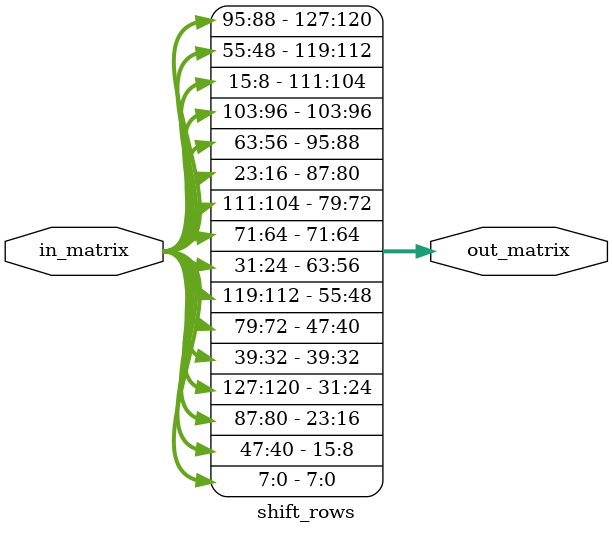
<source format=v>
module shift_rows(in_matrix, out_matrix);
	input [127:0] in_matrix;
	output[127:0] out_matrix;
	
	//column 0
	assign out_matrix[7:0]     = in_matrix[7:0];
	assign out_matrix[15:8]    = in_matrix[47:40];
	assign out_matrix[23:16]   = in_matrix[87:80];
	assign out_matrix[31:24]   = in_matrix[127:120];
	//column 1
	assign out_matrix[39:32]   = in_matrix[39:32];
	assign out_matrix[47:40]   = in_matrix[79:72];
	assign out_matrix[55:48]   = in_matrix[119:112];
	assign out_matrix[63:56]   = in_matrix[31:24];
	//column 2
	assign out_matrix[71:64]   = in_matrix[71:64];
	assign out_matrix[79:72]   = in_matrix[111:104];
	assign out_matrix[87:80]   = in_matrix[23:16];
	assign out_matrix[95:88]   = in_matrix[63:56];
	//column 3
	assign out_matrix[103:96]   = in_matrix[103:96];
	assign out_matrix[111:104]  = in_matrix[15:8];
	assign out_matrix[119:112]  = in_matrix[55:48];
	assign out_matrix[127:120]  = in_matrix[95:88];
	
endmodule	
</source>
